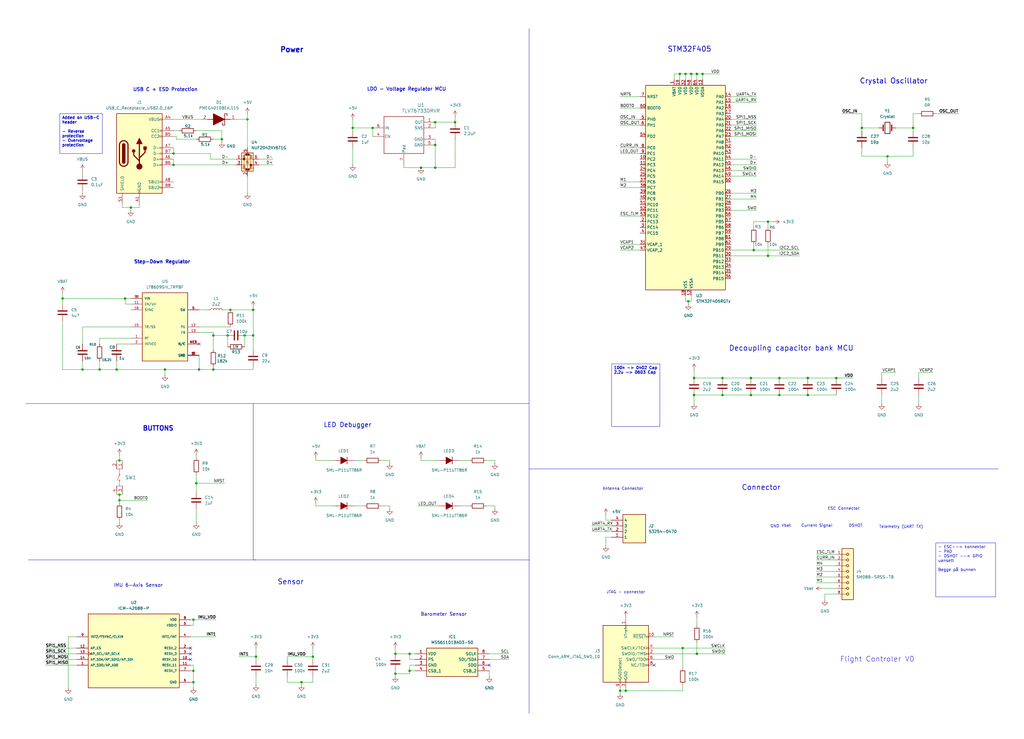
<source format=kicad_sch>
(kicad_sch (version 20250114) (generator "eeschema") (generator_version "9.0")
  (paper "User" 457.2 330.2)
  (text "LDO - Voltage Regulator MCU \n\n" (at 182.118 41.148 0) (effects (font (size 1.524 1.524) (thickness 0.254) (bold yes))))
  (text "LED Debugger" (at 155.194 189.992 0) (effects (font (size 2.032 2.032) (thickness 0.254) (bold yes))))
  (text "DSHOT \n" (at 382.524 234.95 0) (effects (font (size 1.27 1.27))))
  (text "Barometer Sensor\n" (at 198.12 274.574 0) (effects (font (size 1.524 1.524) (thickness 0.1905))))
  (text "GND\n" (at 345.948 235.204 0) (effects (font (size 1.27 1.27))))
  (text "Step-Down Regulator\n" (at 72.39 117.094 0) (effects (font (size 1.524 1.524) (thickness 0.3048) (bold yes))))
  (text "JTAG - connector\n" (at 279.4 264.668 0) (effects (font (size 1.27 1.27))))
  (text "Telemetry (UART TX)" (at 402.336 235.458 0) (effects (font (size 1.27 1.27))))
  (text "ESC Connector\n" (at 376.682 227.33 0) (effects (font (size 1.27 1.27))))
  (text "USB C + ESD Protection \n" (at 74.422 40.132 0) (effects (font (size 1.524 1.524) (thickness 0.254))))
  (text "STM32F405\n" (at 307.848 22.098 0) (effects (font (size 2.286 2.286) (thickness 0.2858))))
  (text "Vbat\n" (at 351.028 234.95 0) (effects (font (size 1.27 1.27))))
  (text "Antenna Connector \n" (at 278.638 218.44 0) (effects (font (size 1.27 1.27))))
  (text "Sensor" (at 129.794 260.096 0) (effects (font (size 2.286 2.286) (thickness 0.254) (bold yes))))
  (text "Crystal Oscillator\n" (at 399.034 36.322 0) (effects (font (size 2.286 2.286) (thickness 0.2858))))
  (text "Decoupling capacitor bank MCU" (at 353.314 155.702 0) (effects (font (size 2.286 2.286) (thickness 0.254) (bold yes))))
  (text "Power" (at 130.302 22.352 0) (effects (font (size 2.286 2.286) (thickness 0.4572) (bold yes))))
  (text "Connector\n" (at 339.852 217.932 0) (effects (font (size 2.286 2.286) (thickness 0.254) (bold yes))))
  (text "IMU 6-Axis Sensor\n" (at 61.722 261.62 0) (effects (font (size 1.524 1.524) (thickness 0.1905))))
  (text "Flight Controler V0\n" (at 391.668 294.64 0) (effects (font (size 2.286 2.286))))
  (text "Current Signal" (at 364.744 234.95 0) (effects (font (size 1.27 1.27))))
  (text "BUTTONS" (at 70.612 191.516 0) (effects (font (size 2.032 2.032) (thickness 0.4064) (bold yes))))
  (text_box "Added on USB-C header\n\n- Reverse protection\n- Overvoltage protection \n" (at 26.67 50.8 0) (size 19.05 17.78) (margins 0.9525 0.9525 0.9525 0.9525) (effects (font (size 1.27 1.27) (thickness 0.254) (bold yes)) (justify left top)))
  (text_box "- ESC--> konnektor\n- PAD\n- DSHOT --> GPIO uansett\n\nBegge på bunnen \n" (at 417.83 242.57 0) (size 26.67 24.13) (margins 0.9525 0.9525 0.9525 0.9525) (effects (font (size 1.27 1.27)) (justify left top)))
  (text_box "100n -> 0402 Cap\n2.2u -> 0603 Cap" (at 273.05 162.56 0) (size 21.59 27.94) (margins 0.9525 0.9525 0.9525 0.9525) (effects (font (size 1.27 1.27) (thickness 0.254) (bold yes)) (justify left top)))
  (junction (at 95.25 165.1))
  (junction (at 53.34 223.52))
  (junction (at 109.22 149.86))
  (junction (at 182.88 299.72))
  (junction (at 309.88 168.91))
  (junction (at 276.86 308.61))
  (junction (at 311.15 33.02))
  (junction (at 384.81 57.15))
  (junction (at 182.88 292.1))
  (junction (at 27.94 133.35))
  (junction (at 86.36 299.72))
  (junction (at 95.25 149.86))
  (junction (at 113.03 138.43))
  (junction (at 373.38 168.91))
  (junction (at 114.3 293.37))
  (junction (at 194.31 54.61))
  (junction (at 87.63 215.9))
  (junction (at 110.49 53.34))
  (junction (at 194.31 64.77))
  (junction (at 304.8 289.56))
  (junction (at 36.83 165.1))
  (junction (at 203.2 54.61))
  (junction (at 347.98 176.53))
  (junction (at 306.07 33.02))
  (junction (at 335.28 168.91))
  (junction (at 342.9 99.06))
  (junction (at 157.48 57.15))
  (junction (at 88.9 165.1))
  (junction (at 86.36 304.8))
  (junction (at 336.55 111.76))
  (junction (at 53.34 220.98))
  (junction (at 86.36 276.86))
  (junction (at 360.68 168.91))
  (junction (at 347.98 168.91))
  (junction (at 360.68 176.53))
  (junction (at 176.53 300.99))
  (junction (at 303.53 33.02))
  (junction (at 134.62 304.8))
  (junction (at 77.47 73.66))
  (junction (at 322.58 168.91))
  (junction (at 101.6 149.86))
  (junction (at 308.61 33.02))
  (junction (at 342.9 114.3))
  (junction (at 311.15 292.1))
  (junction (at 307.34 134.62))
  (junction (at 53.34 205.74))
  (junction (at 166.37 57.15))
  (junction (at 309.88 176.53))
  (junction (at 99.06 62.23))
  (junction (at 194.31 74.93))
  (junction (at 55.88 133.35))
  (junction (at 58.42 92.71))
  (junction (at 396.24 69.85))
  (junction (at 52.07 165.1))
  (junction (at 322.58 176.53))
  (junction (at 313.69 33.02))
  (junction (at 335.28 176.53))
  (junction (at 407.67 57.15))
  (junction (at 73.66 165.1))
  (junction (at 187.96 74.93))
  (junction (at 113.03 149.86))
  (junction (at 44.45 165.1))
  (junction (at 139.7 293.37))
  (junction (at 77.47 68.58))
  (junction (at 279.4 308.61))
  (junction (at 102.87 138.43))
  (junction (at 176.53 292.1))
  (no_connect (at 85.09 289.56))
  (no_connect (at 218.44 297.18))
  (no_connect (at 292.1 297.18))
  (no_connect (at 85.09 292.1))
  (no_connect (at 88.9 153.67))
  (no_connect (at 182.88 -124.46))
  (no_connect (at 85.09 294.64))
  (wire (pts (xy 311.15 33.02) (xy 311.15 35.56)))
  (wire (pts (xy 20.32 292.1) (xy 34.29 292.1)))
  (wire (pts (xy 113.03 165.1) (xy 113.03 163.83)))
  (wire (pts (xy 93.98 71.12) (xy 93.98 68.58)))
  (wire (pts (xy 87.63 203.2) (xy 87.63 204.47)))
  (wire (pts (xy 326.39 45.72) (xy 337.82 45.72)))
  (wire (pts (xy 176.53 300.99) (xy 176.53 302.26)))
  (wire (pts (xy 140.97 204.47) (xy 140.97 205.74)))
  (wire (pts (xy 276.86 68.58) (xy 285.75 68.58)))
  (wire (pts (xy 205.74 205.74) (xy 209.55 205.74)))
  (wire (pts (xy 407.67 50.8) (xy 407.67 57.15)))
  (wire (pts (xy 326.39 93.98) (xy 337.82 93.98)))
  (wire (pts (xy 77.47 66.04) (xy 77.47 68.58)))
  (wire (pts (xy 176.53 299.72) (xy 176.53 300.99)))
  (wire (pts (xy 109.22 149.86) (xy 109.22 154.94)))
  (wire (pts (xy 52.07 165.1) (xy 73.66 165.1)))
  (wire (pts (xy 88.9 146.05) (xy 102.87 146.05)))
  (wire (pts (xy 367.03 262.89) (xy 373.38 262.89)))
  (wire (pts (xy 87.63 212.09) (xy 87.63 215.9)))
  (wire (pts (xy 115.57 73.66) (xy 121.92 73.66)))
  (wire (pts (xy 307.34 134.62) (xy 306.07 134.62)))
  (wire (pts (xy 217.17 226.06) (xy 220.98 226.06)))
  (wire (pts (xy 336.55 99.06) (xy 336.55 101.6)))
  (wire (pts (xy 27.94 165.1) (xy 36.83 165.1)))
  (wire (pts (xy 78.74 62.23) (xy 87.63 62.23)))
  (wire (pts (xy 176.53 289.56) (xy 176.53 292.1)))
  (wire (pts (xy 306.07 33.02) (xy 303.53 33.02)))
  (wire (pts (xy 345.44 99.06) (xy 342.9 99.06)))
  (wire (pts (xy 176.53 300.99) (xy 182.88 300.99)))
  (wire (pts (xy 52.07 165.1) (xy 44.45 165.1)))
  (wire (pts (xy 194.31 54.61) (xy 194.31 57.15)))
  (wire (pts (xy 139.7 302.26) (xy 139.7 304.8)))
  (wire (pts (xy 44.45 161.29) (xy 44.45 165.1)))
  (wire (pts (xy 279.4 307.34) (xy 279.4 308.61)))
  (wire (pts (xy 279.4 308.61) (xy 304.8 308.61)))
  (wire (pts (xy 187.96 204.47) (xy 187.96 205.74)))
  (wire (pts (xy 270.51 240.03) (xy 273.05 240.03)))
  (wire (pts (xy 276.86 43.18) (xy 285.75 43.18)))
  (wire (pts (xy 364.49 260.35) (xy 373.38 260.35)))
  (wire (pts (xy 326.39 86.36) (xy 337.82 86.36)))
  (wire (pts (xy 77.47 58.42) (xy 80.01 58.42)))
  (wire (pts (xy 27.94 135.89) (xy 27.94 133.35)))
  (wire (pts (xy 384.81 50.8) (xy 384.81 57.15)))
  (wire (pts (xy 27.94 133.35) (xy 55.88 133.35)))
  (wire (pts (xy 407.67 50.8) (xy 410.21 50.8)))
  (wire (pts (xy 139.7 294.64) (xy 139.7 293.37)))
  (wire (pts (xy 270.51 229.87) (xy 270.51 232.41)))
  (wire (pts (xy 140.97 224.79) (xy 140.97 226.06)))
  (wire (pts (xy 182.88 297.18) (xy 185.42 297.18)))
  (wire (pts (xy 95.25 165.1) (xy 113.03 165.1)))
  (polyline (pts (xy 113.03 250.19) (xy 114.3 250.19)))
  (wire (pts (xy 195.58 205.74) (xy 187.96 205.74)))
  (wire (pts (xy 55.88 135.89) (xy 55.88 133.35)))
  (polyline (pts (xy 11.43 180.34) (xy 236.22 180.34)))
  (wire (pts (xy 307.34 134.62) (xy 307.34 135.89)))
  (wire (pts (xy 110.49 53.34) (xy 110.49 66.04)))
  (wire (pts (xy 95.25 148.59) (xy 88.9 148.59)))
  (polyline (pts (xy 236.22 209.55) (xy 445.77 209.55)))
  (polyline (pts (xy 236.22 12.7) (xy 236.22 180.34)))
  (wire (pts (xy 148.59 226.06) (xy 140.97 226.06)))
  (wire (pts (xy 139.7 293.37) (xy 128.27 293.37)))
  (wire (pts (xy 109.22 149.86) (xy 113.03 149.86)))
  (wire (pts (xy 309.88 176.53) (xy 322.58 176.53)))
  (wire (pts (xy 53.34 232.41) (xy 53.34 233.68)))
  (wire (pts (xy 55.88 133.35) (xy 58.42 133.35)))
  (polyline (pts (xy 12.7 250.19) (xy 236.22 250.19)))
  (wire (pts (xy 95.25 163.83) (xy 95.25 165.1)))
  (wire (pts (xy 313.69 33.02) (xy 311.15 33.02)))
  (wire (pts (xy 95.25 156.21) (xy 95.25 149.86)))
  (wire (pts (xy 27.94 165.1) (xy 27.94 143.51)))
  (wire (pts (xy 322.58 168.91) (xy 335.28 168.91)))
  (wire (pts (xy 292.1 294.64) (xy 300.99 294.64)))
  (wire (pts (xy 77.47 71.12) (xy 77.47 73.66)))
  (wire (pts (xy 86.36 276.86) (xy 86.36 279.4)))
  (wire (pts (xy 185.42 292.1) (xy 182.88 292.1)))
  (wire (pts (xy 86.36 276.86) (xy 96.52 276.86)))
  (wire (pts (xy 218.44 299.72) (xy 218.44 302.26)))
  (wire (pts (xy 311.15 287.02) (xy 311.15 292.1)))
  (wire (pts (xy 86.36 297.18) (xy 86.36 299.72)))
  (wire (pts (xy 87.63 215.9) (xy 87.63 219.71)))
  (wire (pts (xy 52.07 205.74) (xy 53.34 205.74)))
  (wire (pts (xy 360.68 168.91) (xy 373.38 168.91)))
  (wire (pts (xy 326.39 76.2) (xy 337.82 76.2)))
  (wire (pts (xy 182.88 292.1) (xy 182.88 294.64)))
  (wire (pts (xy 54.61 91.44) (xy 54.61 92.71)))
  (wire (pts (xy 384.81 69.85) (xy 396.24 69.85)))
  (wire (pts (xy 113.03 137.16) (xy 113.03 138.43)))
  (wire (pts (xy 58.42 92.71) (xy 58.42 93.98)))
  (wire (pts (xy 185.42 294.64) (xy 182.88 294.64)))
  (wire (pts (xy 203.2 52.07) (xy 203.2 54.61)))
  (wire (pts (xy 173.99 226.06) (xy 173.99 227.33)))
  (wire (pts (xy 62.23 92.71) (xy 62.23 91.44)))
  (polyline (pts (xy 113.03 180.34) (xy 113.03 250.19)))
  (wire (pts (xy 95.25 149.86) (xy 95.25 148.59)))
  (wire (pts (xy 27.94 130.81) (xy 27.94 133.35)))
  (wire (pts (xy 113.03 149.86) (xy 113.03 138.43)))
  (wire (pts (xy 276.86 109.22) (xy 285.75 109.22)))
  (wire (pts (xy 195.58 226.06) (xy 186.69 226.06)))
  (wire (pts (xy 52.07 220.98) (xy 53.34 220.98)))
  (wire (pts (xy 335.28 176.53) (xy 347.98 176.53)))
  (wire (pts (xy 54.61 92.71) (xy 58.42 92.71)))
  (wire (pts (xy 194.31 62.23) (xy 194.31 64.77)))
  (wire (pts (xy 326.39 71.12) (xy 337.82 71.12)))
  (wire (pts (xy 185.42 299.72) (xy 182.88 299.72)))
  (wire (pts (xy 194.31 74.93) (xy 187.96 74.93)))
  (wire (pts (xy 85.09 276.86) (xy 86.36 276.86)))
  (wire (pts (xy 326.39 53.34) (xy 337.82 53.34)))
  (wire (pts (xy 311.15 275.59) (xy 311.15 279.4)))
  (wire (pts (xy 95.25 62.23) (xy 99.06 62.23)))
  (wire (pts (xy 276.86 48.26) (xy 285.75 48.26)))
  (wire (pts (xy 336.55 109.22) (xy 336.55 111.76)))
  (wire (pts (xy 308.61 134.62) (xy 307.34 134.62)))
  (wire (pts (xy 157.48 57.15) (xy 166.37 57.15)))
  (wire (pts (xy 20.32 297.18) (xy 34.29 297.18)))
  (wire (pts (xy 110.49 78.74) (xy 110.49 86.36)))
  (wire (pts (xy 308.61 33.02) (xy 306.07 33.02)))
  (wire (pts (xy 77.47 73.66) (xy 105.41 73.66)))
  (wire (pts (xy 44.45 151.13) (xy 44.45 153.67)))
  (wire (pts (xy 276.86 308.61) (xy 279.4 308.61)))
  (wire (pts (xy 113.03 156.21) (xy 113.03 149.86)))
  (wire (pts (xy 342.9 114.3) (xy 342.9 109.22)))
  (wire (pts (xy 36.83 85.09) (xy 36.83 86.36)))
  (wire (pts (xy 303.53 33.02) (xy 303.53 35.56)))
  (wire (pts (xy 58.42 146.05) (xy 36.83 146.05)))
  (wire (pts (xy 407.67 57.15) (xy 407.67 58.42)))
  (wire (pts (xy 417.83 50.8) (xy 427.99 50.8)))
  (wire (pts (xy 36.83 146.05) (xy 36.83 153.67)))
  (wire (pts (xy 20.32 294.64) (xy 34.29 294.64)))
  (wire (pts (xy 304.8 306.07) (xy 304.8 308.61)))
  (wire (pts (xy 36.83 76.2) (xy 36.83 77.47)))
  (wire (pts (xy 326.39 43.18) (xy 337.82 43.18)))
  (wire (pts (xy 273.05 232.41) (xy 270.51 232.41)))
  (wire (pts (xy 303.53 33.02) (xy 300.99 33.02)))
  (wire (pts (xy 396.24 69.85) (xy 396.24 72.39)))
  (wire (pts (xy 114.3 302.26) (xy 114.3 306.07)))
  (wire (pts (xy 134.62 304.8) (xy 134.62 306.07)))
  (wire (pts (xy 384.81 57.15) (xy 392.43 57.15)))
  (wire (pts (xy 87.63 215.9) (xy 100.33 215.9)))
  (wire (pts (xy 304.8 289.56) (xy 323.85 289.56)))
  (wire (pts (xy 364.49 252.73) (xy 373.38 252.73)))
  (wire (pts (xy 180.34 74.93) (xy 180.34 73.66)))
  (wire (pts (xy 77.47 68.58) (xy 93.98 68.58)))
  (wire (pts (xy 20.32 289.56) (xy 34.29 289.56)))
  (wire (pts (xy 194.31 54.61) (xy 203.2 54.61)))
  (wire (pts (xy 88.9 138.43) (xy 92.71 138.43)))
  (wire (pts (xy 203.2 74.93) (xy 194.31 74.93)))
  (wire (pts (xy 187.96 74.93) (xy 180.34 74.93)))
  (wire (pts (xy 100.33 138.43) (xy 102.87 138.43)))
  (wire (pts (xy 77.47 53.34) (xy 90.17 53.34)))
  (wire (pts (xy 166.37 57.15) (xy 166.37 60.96)))
  (wire (pts (xy 105.41 53.34) (xy 110.49 53.34)))
  (wire (pts (xy 326.39 55.88) (xy 337.82 55.88)))
  (wire (pts (xy 218.44 292.1) (xy 227.33 292.1)))
  (wire (pts (xy 304.8 289.56) (xy 304.8 298.45)))
  (wire (pts (xy 106.68 293.37) (xy 114.3 293.37)))
  (wire (pts (xy 99.06 58.42) (xy 99.06 62.23)))
  (wire (pts (xy 335.28 168.91) (xy 347.98 168.91)))
  (wire (pts (xy 279.4 275.59) (xy 279.4 276.86)))
  (wire (pts (xy 99.06 62.23) (xy 99.06 63.5)))
  (wire (pts (xy 157.48 57.15) (xy 157.48 58.42)))
  (wire (pts (xy 410.21 166.37) (xy 416.56 166.37)))
  (wire (pts (xy 326.39 114.3) (xy 342.9 114.3)))
  (wire (pts (xy 347.98 176.53) (xy 360.68 176.53)))
  (wire (pts (xy 347.98 168.91) (xy 360.68 168.91)))
  (wire (pts (xy 78.74 60.96) (xy 77.47 60.96)))
  (wire (pts (xy 36.83 165.1) (xy 36.83 161.29)))
  (polyline (pts (xy 236.22 209.55) (xy 236.22 250.19)))
  (wire (pts (xy 73.66 165.1) (xy 73.66 167.64)))
  (wire (pts (xy 158.75 205.74) (xy 162.56 205.74)))
  (wire (pts (xy 52.07 153.67) (xy 58.42 153.67)))
  (wire (pts (xy 220.98 205.74) (xy 220.98 207.01)))
  (wire (pts (xy 276.86 55.88) (xy 285.75 55.88)))
  (wire (pts (xy 110.49 50.8) (xy 110.49 53.34)))
  (wire (pts (xy 364.49 255.27) (xy 373.38 255.27)))
  (wire (pts (xy 52.07 161.29) (xy 52.07 165.1)))
  (wire (pts (xy 276.86 83.82) (xy 285.75 83.82)))
  (wire (pts (xy 157.48 53.34) (xy 157.48 57.15)))
  (wire (pts (xy 311.15 292.1) (xy 323.85 292.1)))
  (wire (pts (xy 364.49 257.81) (xy 373.38 257.81)))
  (wire (pts (xy 336.55 111.76) (xy 356.87 111.76)))
  (wire (pts (xy 95.25 149.86) (xy 101.6 149.86)))
  (wire (pts (xy 128.27 302.26) (xy 128.27 304.8)))
  (wire (pts (xy 322.58 176.53) (xy 335.28 176.53)))
  (wire (pts (xy 384.81 66.04) (xy 384.81 69.85)))
  (wire (pts (xy 410.21 168.91) (xy 410.21 166.37)))
  (wire (pts (xy 313.69 33.02) (xy 313.69 35.56)))
  (wire (pts (xy 309.88 176.53) (xy 309.88 180.34)))
  (wire (pts (xy 306.07 33.02) (xy 306.07 35.56)))
  (wire (pts (xy 182.88 300.99) (xy 182.88 299.72)))
  (wire (pts (xy 276.86 96.52) (xy 285.75 96.52)))
  (wire (pts (xy 85.09 299.72) (xy 86.36 299.72)))
  (wire (pts (xy 384.81 57.15) (xy 384.81 58.42)))
  (polyline (pts (xy 236.22 250.19) (xy 236.22 318.77)))
  (wire (pts (xy 85.09 304.8) (xy 86.36 304.8)))
  (wire (pts (xy 326.39 78.74) (xy 337.82 78.74)))
  (wire (pts (xy 30.48 284.48) (xy 30.48 307.34)))
  (wire (pts (xy 158.75 226.06) (xy 162.56 226.06)))
  (wire (pts (xy 292.1 284.48) (xy 300.99 284.48)))
  (wire (pts (xy 393.7 168.91) (xy 393.7 166.37)))
  (wire (pts (xy 313.69 33.02) (xy 321.31 33.02)))
  (wire (pts (xy 326.39 60.96) (xy 337.82 60.96)))
  (wire (pts (xy 205.74 226.06) (xy 209.55 226.06)))
  (wire (pts (xy 87.63 58.42) (xy 99.06 58.42)))
  (wire (pts (xy 173.99 205.74) (xy 173.99 207.01)))
  (wire (pts (xy 309.88 165.1) (xy 309.88 168.91)))
  (wire (pts (xy 396.24 69.85) (xy 407.67 69.85)))
  (wire (pts (xy 53.34 205.74) (xy 54.61 205.74)))
  (wire (pts (xy 194.31 64.77) (xy 194.31 74.93)))
  (wire (pts (xy 276.86 308.61) (xy 276.86 309.88)))
  (wire (pts (xy 373.38 265.43) (xy 368.3 265.43)))
  (wire (pts (xy 276.86 81.28) (xy 285.75 81.28)))
  (wire (pts (xy 292.1 292.1) (xy 311.15 292.1)))
  (wire (pts (xy 264.16 237.49) (xy 273.05 237.49)))
  (wire (pts (xy 139.7 289.56) (xy 139.7 293.37)))
  (wire (pts (xy 157.48 66.04) (xy 157.48 73.66)))
  (wire (pts (xy 218.44 294.64) (xy 227.33 294.64)))
  (wire (pts (xy 134.62 304.8) (xy 128.27 304.8)))
  (wire (pts (xy 53.34 220.98) (xy 54.61 220.98)))
  (wire (pts (xy 306.07 132.08) (xy 306.07 134.62)))
  (wire (pts (xy 364.49 247.65) (xy 373.38 247.65)))
  (wire (pts (xy 308.61 33.02) (xy 308.61 35.56)))
  (wire (pts (xy 34.29 284.48) (xy 30.48 284.48)))
  (wire (pts (xy 311.15 33.02) (xy 308.61 33.02)))
  (wire (pts (xy 85.09 284.48) (xy 96.52 284.48)))
  (wire (pts (xy 139.7 304.8) (xy 134.62 304.8)))
  (wire (pts (xy 400.05 57.15) (xy 407.67 57.15)))
  (wire (pts (xy 88.9 158.75) (xy 88.9 165.1)))
  (wire (pts (xy 86.36 304.8) (xy 86.36 307.34)))
  (wire (pts (xy 342.9 99.06) (xy 342.9 101.6)))
  (wire (pts (xy 182.88 299.72) (xy 182.88 297.18)))
  (wire (pts (xy 58.42 135.89) (xy 55.88 135.89)))
  (wire (pts (xy 114.3 293.37) (xy 114.3 294.64)))
  (wire (pts (xy 44.45 165.1) (xy 36.83 165.1)))
  (wire (pts (xy 368.3 265.43) (xy 368.3 267.97)))
  (wire (pts (xy 217.17 205.74) (xy 220.98 205.74)))
  (wire (pts (xy 393.7 166.37) (xy 400.05 166.37)))
  (wire (pts (xy 203.2 62.23) (xy 203.2 74.93)))
  (wire (pts (xy 220.98 226.06) (xy 220.98 227.33)))
  (wire (pts (xy 308.61 132.08) (xy 308.61 134.62)))
  (wire (pts (xy 148.59 205.74) (xy 140.97 205.74)))
  (wire (pts (xy 78.74 62.23) (xy 78.74 60.96)))
  (wire (pts (xy 264.16 234.95) (xy 273.05 234.95)))
  (wire (pts (xy 292.1 289.56) (xy 304.8 289.56)))
  (wire (pts (xy 86.36 299.72) (xy 86.36 304.8)))
  (wire (pts (xy 53.34 223.52) (xy 66.04 223.52)))
  (wire (pts (xy 170.18 205.74) (xy 173.99 205.74)))
  (wire (pts (xy 86.36 279.4) (xy 85.09 279.4)))
  (wire (pts (xy 53.34 203.2) (xy 53.34 205.74)))
  (wire (pts (xy 87.63 227.33) (xy 87.63 233.68)))
  (wire (pts (xy 58.42 151.13) (xy 44.45 151.13)))
  (wire (pts (xy 276.86 53.34) (xy 285.75 53.34)))
  (wire (pts (xy 53.34 223.52) (xy 53.34 224.79)))
  (wire (pts (xy 373.38 168.91) (xy 381 168.91)))
  (wire (pts (xy 300.99 33.02) (xy 300.99 35.56)))
  (wire (pts (xy 309.88 168.91) (xy 322.58 168.91)))
  (wire (pts (xy 128.27 293.37) (xy 128.27 294.64)))
  (wire (pts (xy 326.39 88.9) (xy 337.82 88.9)))
  (wire (pts (xy 326.39 73.66) (xy 337.82 73.66)))
  (wire (pts (xy 58.42 92.71) (xy 62.23 92.71)))
  (wire (pts (xy 276.86 66.04) (xy 285.75 66.04)))
  (wire (pts (xy 326.39 111.76) (xy 336.55 111.76)))
  (wire (pts (xy 114.3 289.56) (xy 114.3 293.37)))
  (wire (pts (xy 73.66 165.1) (xy 88.9 165.1)))
  (wire (pts (xy 342.9 99.06) (xy 336.55 99.06)))
  (wire (pts (xy 326.39 58.42) (xy 337.82 58.42)))
  (wire (pts (xy 95.25 165.1) (xy 88.9 165.1)))
  (wire (pts (xy 276.86 307.34) (xy 276.86 308.61)))
  (wire (pts (xy 342.9 114.3) (xy 356.87 114.3)))
  (wire (pts (xy 101.6 149.86) (xy 101.6 154.94)))
  (polyline (pts (xy 236.22 180.34) (xy 236.22 209.55)))
  (wire (pts (xy 53.34 220.98) (xy 53.34 223.52)))
  (wire (pts (xy 170.18 226.06) (xy 173.99 226.06)))
  (wire (pts (xy 360.68 176.53) (xy 373.38 176.53)))
  (wire (pts (xy 93.98 71.12) (xy 105.41 71.12)))
  (wire (pts (xy 85.09 297.18) (xy 86.36 297.18)))
  (wire (pts (xy 393.7 176.53) (xy 393.7 180.34)))
  (wire (pts (xy 182.88 292.1) (xy 176.53 292.1)))
  (wire (pts (xy 115.57 71.12) (xy 121.92 71.12)))
  (wire (pts (xy 364.49 250.19) (xy 373.38 250.19)))
  (wire (pts (xy 410.21 176.53) (xy 410.21 180.34)))
  (wire (pts (xy 113.03 138.43) (xy 102.87 138.43)))
  (wire (pts (xy 375.92 50.8) (xy 384.81 50.8)))
  (wire (pts (xy 407.67 69.85) (xy 407.67 66.04)))
  (wire (pts (xy 276.86 111.76) (xy 285.75 111.76)))
  (wire (pts (xy 270.51 240.03) (xy 270.51 243.84)))
  (label "LED_OUT" (at 276.86 68.58 0))
  (label "D+" (at 99.06 73.66 0))
  (label "UART4_TX" (at 264.16 237.49 0))
  (label "VDD" (at 321.31 33.02 180) (effects (font (thickness 0.1588))))
  (label "VCAP2" (at 416.56 166.37 180) (effects (font (thickness 0.1588))))
  (label "SCL" (at 227.33 292.1 180))
  (label "OSC_IN" (at 276.86 53.34 0) (effects (font (thickness 0.1588))))
  (label "UART4_TX" (at 337.82 43.18 180))
  (label "SPI1_MOSI" (at 20.32 294.64 0) (effects (font (thickness 0.254) (bold yes))))
  (label "INT1" (at 96.52 284.48 180) (effects (font (thickness 0.254) (bold yes))))
  (label "D-" (at 99.06 71.12 0))
  (label "M3" (at 337.82 86.36 180))
  (label "INT1" (at 106.68 293.37 0) (effects (font (thickness 0.254) (bold yes))))
  (label "M2" (at 276.86 83.82 0))
  (label "I2C2_SDA" (at 356.87 114.3 180))
  (label "D+" (at 121.92 73.66 180))
  (label "SWCLK" (at 337.82 78.74 180))
  (label "SWO" (at 337.82 93.98 180))
  (label "ESC_TLM" (at 276.86 96.52 0))
  (label "M3" (at 364.49 255.27 0))
  (label "VBUS" (at 81.28 53.34 0))
  (label "OSC_IN" (at 375.92 50.8 0) (effects (font (thickness 0.254) (bold yes))))
  (label "BOOT0" (at 66.04 223.52 180))
  (label "I2C2_SCL" (at 356.87 111.76 180))
  (label "LED_OUT" (at 186.69 226.06 0))
  (label "SPI1_MISO" (at 337.82 58.42 180) (effects (font (thickness 0.1588))))
  (label "VCAP1" (at 400.05 166.37 180) (effects (font (thickness 0.1588))))
  (label "NRST" (at 300.99 284.48 180))
  (label "OSC_OUT" (at 427.99 50.8 180) (effects (font (thickness 0.254) (bold yes))))
  (label "SPI1_NSS" (at 337.82 53.34 180) (effects (font (thickness 0.1588))))
  (label "D+" (at 337.82 73.66 180))
  (label "NRTS" (at 276.86 43.18 0) (effects (font (thickness 0.1588))))
  (label "SPI1_MISO" (at 20.32 297.18 0) (effects (font (thickness 0.254) (bold yes))))
  (label "SWDIO" (at 337.82 76.2 180))
  (label "UART4_RX" (at 337.82 45.72 180))
  (label "NRST" (at 100.33 215.9 180))
  (label "BOOT0" (at 276.86 48.26 0) (effects (font (thickness 0.1588))))
  (label "SDA" (at 227.33 294.64 180))
  (label "VCAP2" (at 276.86 111.76 0) (effects (font (thickness 0.1588))))
  (label "M4" (at 337.82 88.9 180))
  (label "OSC_OUT" (at 276.86 55.88 0) (effects (font (thickness 0.1588))))
  (label "CURR_IN" (at 276.86 66.04 0))
  (label "SPI1_SCK" (at 20.32 292.1 0) (effects (font (thickness 0.254) (bold yes))))
  (label "M4" (at 364.49 252.73 0))
  (label "SWCLK" (at 323.85 289.56 180))
  (label "VCAP1" (at 276.86 109.22 0) (effects (font (thickness 0.1588))))
  (label "SPI1_SCK" (at 337.82 55.88 180) (effects (font (thickness 0.1588))))
  (label "CURR_IN" (at 364.49 250.19 0))
  (label "ESC_TLM" (at 364.49 247.65 0))
  (label "M1" (at 276.86 81.28 0))
  (label "SPI1_NSS" (at 20.32 289.56 0) (effects (font (thickness 0.254) (bold yes))))
  (label "SWO" (at 300.99 294.64 180))
  (label "D-" (at 337.82 71.12 180))
  (label "SPI1_MOSI" (at 337.82 60.96 180) (effects (font (thickness 0.1588))))
  (label "IMU_VDD" (at 128.27 293.37 0) (effects (font (thickness 0.254) (bold yes))))
  (label "IMU_VDD" (at 96.52 276.86 180) (effects (font (thickness 0.254) (bold yes))))
  (label "VDD" (at 381 168.91 180) (effects (font (thickness 0.254) (bold yes))))
  (label "M2" (at 364.49 257.81 0))
  (label "D-" (at 121.92 71.12 180))
  (label "M1" (at 364.49 260.35 0))
  (label "UART4_RX" (at 264.16 234.95 0))
  (label "SWDIO" (at 323.85 292.1 180))
  (symbol (lib_id "Device:C") (at 128.27 298.45 0) (unit 1)
    (property "Reference" "C30" (at 131.318 297.18 0) (effects (justify left)))
    (property "Value" "100n" (at 131.318 299.72 0) (effects (justify left)))
    (property "Description" "Unpolarized capacitor" (effects (hide yes)))
  )
  (symbol (lib_name "SML-P11UTT86R_3") (lib_id "RED LED 0402:SML-P11UTT86R") (at 207.01 226.06 180) (unit 1)
    (property "Reference" "LED4" (at 200.406 221.742 0))
    (property "Value" "SML-P11UTT86R" (at 200.66 230.378 0))
    (property "Footprint" "KDZLV100" (effects (hide yes)))
    (property "Datasheet" "https://datasheet.datasheetarchive.com/originals/distributors/Datasheets_SAMA/73e45240dc22d6138ffe9baf2b813dcb.pdf" (effects (hide yes)))
    (property "Description" "PICOLED-Eco LED Red 6.3mcd SMT1006(0402)" (effects (hide yes)))
    (property "Mouser Part Number" "755-SML-P11UTT86R" (effects (hide yes)))
    (property "Mouser Price/Stock" "https://www.mouser.co.uk/ProductDetail/ROHM-Semiconductor/SML-P11UTT86R?qs=Ei%2Fnxee9QYhZCfOujmGTCA%3D%3D" (effects (hide yes)))
    (property "Manufacturer_Name" "ROHM Semiconductor" (effects (hide yes)))
    (property "Manufacturer_Part_Number" "SML-P11UTT86R" (effects (hide yes)))
  )
  (symbol (lib_id "Device:C") (at 105.41 149.86 90) (unit 1)
    (property "Reference" "C7" (at 102.362 148.082 90))
    (property "Value" "10p" (at 108.712 148.082 90))
    (property "Description" "Unpolarized capacitor" (effects (hide yes)))
  )
  (symbol (lib_id "power:GND") (at 86.36 307.34 0) (unit 1)
    (property "Reference" "#PWR033" (effects (hide yes)))
    (property "Value" "GND" (at 86.36 312.42 0))
    (property "Description" "Power symbol creates a global label with name \"GND\" , ground" (effects (hide yes)))
  )
  (symbol (lib_id "Device:Crystal") (at 396.24 57.15 0) (unit 1)
    (property "Reference" "Y1" (at 396.24 49.53 0))
    (property "Value" "Crystal" (at 396.24 52.07 0))
    (property "Footprint" "ECS-400-10-37B2-CKM-TR:ECS4001037B2CKMTR" (effects (hide yes)))
    (property "Description" "Two pin crystal" (effects (hide yes)))
  )
  (symbol (lib_id "Device:R") (at 213.36 205.74 90) (unit 1)
    (property "Reference" "R14" (at 213.36 199.39 90))
    (property "Value" "1k" (at 213.36 201.93 90))
    (property "Description" "Resistor" (effects (hide yes)))
  )
  (symbol (lib_id "Device:C") (at 393.7 172.72 0) (unit 1)
    (property "Reference" "C25" (at 397.51 171.4499 0) (effects (justify left)))
    (property "Value" "2u2" (at 397.51 173.9899 0) (effects (justify left)))
    (property "Description" "Unpolarized capacitor" (effects (hide yes)))
  )
  (symbol (lib_id "power:GND") (at 36.83 86.36 0) (unit 1)
    (property "Reference" "#PWR010" (effects (hide yes)))
    (property "Value" "GND" (at 36.83 91.44 0))
    (property "Description" "Power symbol creates a global label with name \"GND\" , ground" (effects (hide yes)))
  )
  (symbol (lib_id "power:+5V") (at 187.96 204.47 0) (unit 1)
    (property "Reference" "#PWR040" (effects (hide yes)))
    (property "Value" "VBAT" (at 187.96 199.39 0))
    (property "Description" "Power symbol creates a global label with name \"+5V\"" (effects (hide yes)))
  )
  (symbol (lib_id "power:GND") (at 173.99 227.33 0) (unit 1)
    (property "Reference" "#PWR020" (effects (hide yes)))
    (property "Value" "GND" (at 173.99 232.41 0))
    (property "Description" "Power symbol creates a global label with name \"GND\" , ground" (effects (hide yes)))
  )
  (symbol (lib_id "power:GND") (at 276.86 309.88 0) (unit 1)
    (property "Reference" "#PWR048" (effects (hide yes)))
    (property "Value" "GND" (at 276.86 314.96 0))
    (property "Description" "Power symbol creates a global label with name \"GND\" , ground" (effects (hide yes)))
  )
  (symbol (lib_id "power:GND") (at 157.48 73.66 0) (unit 1)
    (property "Reference" "#PWR06" (effects (hide yes)))
    (property "Value" "GND" (at 157.48 78.74 0))
    (property "Description" "Power symbol creates a global label with name \"GND\" , ground" (effects (hide yes)))
  )
  (symbol (lib_id "Device:R") (at 342.9 105.41 0) (unit 1)
    (property "Reference" "R6" (at 343.408 101.6 0) (effects (justify left)))
    (property "Value" "10k" (at 343.408 109.22 0) (effects (justify left)))
    (property "Description" "Resistor" (effects (hide yes)))
  )
  (symbol (lib_id "Device:R") (at 166.37 226.06 90) (unit 1)
    (property "Reference" "R8" (at 166.37 219.71 90))
    (property "Value" "1k" (at 166.37 222.25 90))
    (property "Description" "Resistor" (effects (hide yes)))
  )
  (symbol (lib_id "power:+3V3") (at 176.53 289.56 0) (unit 1)
    (property "Reference" "#PWR012" (effects (hide yes)))
    (property "Value" "+3V3" (at 176.53 284.48 0))
    (property "Description" "Power symbol creates a global label with name \"+3V3\"" (effects (hide yes)))
  )
  (symbol (lib_id "Device:C") (at 139.7 298.45 0) (unit 1)
    (property "Reference" "C31" (at 143.51 297.1799 0) (effects (justify left)))
    (property "Value" "2u2" (at 143.51 299.7199 0) (effects (justify left)))
    (property "Description" "Unpolarized capacitor" (effects (hide yes)))
  )
  (symbol (lib_id "power:GND") (at 176.53 302.26 0) (unit 1)
    (property "Reference" "#PWR011" (effects (hide yes)))
    (property "Value" "GND" (at 176.53 307.34 0))
    (property "Description" "Power symbol creates a global label with name \"GND\" , ground" (effects (hide yes)))
  )
  (symbol (lib_id "power:GND") (at 87.63 233.68 0) (unit 1)
    (property "Reference" "#PWR023" (effects (hide yes)))
    (property "Value" "GND" (at 87.63 238.76 0))
    (property "Description" "Power symbol creates a global label with name \"GND\" , ground" (effects (hide yes)))
  )
  (symbol (lib_id "Device:C") (at 407.67 62.23 0) (unit 1)
    (property "Reference" "C28" (at 411.48 60.9599 0) (effects (justify left)))
    (property "Value" "10p" (at 411.48 63.4999 0) (effects (justify left)))
    (property "Description" "Unpolarized capacitor" (effects (hide yes)))
  )
  (symbol (lib_id "power:+5V") (at 113.03 137.16 0) (unit 1)
    (property "Reference" "#PWR026" (effects (hide yes)))
    (property "Value" "+5V" (at 113.03 132.08 0))
    (property "Description" "Power symbol creates a global label with name \"+5V\"" (effects (hide yes)))
  )
  (symbol (lib_id "Device:R") (at 213.36 226.06 90) (unit 1)
    (property "Reference" "R15" (at 213.36 219.71 90))
    (property "Value" "1k" (at 213.36 222.25 90))
    (property "Description" "Resistor" (effects (hide yes)))
  )
  (symbol (lib_id "power:GND") (at 173.99 207.01 0) (unit 1)
    (property "Reference" "#PWR015" (effects (hide yes)))
    (property "Value" "GND" (at 173.99 212.09 0))
    (property "Description" "Power symbol creates a global label with name \"GND\" , ground" (effects (hide yes)))
  )
  (symbol (lib_id "Device:L") (at 96.52 138.43 90) (unit 1)
    (property "Reference" "L1" (at 96.52 133.35 90))
    (property "Value" "2u2" (at 96.52 135.89 90))
    (property "Description" "Inductor" (effects (hide yes)))
  )
  (symbol (lib_id "Device:C") (at 309.88 172.72 0) (unit 1)
    (property "Reference" "C19" (at 313.69 171.4499 0) (effects (justify left)))
    (property "Value" "2u2" (at 313.69 173.9899 0) (effects (justify left)))
    (property "Description" "Unpolarized capacitor" (effects (hide yes)))
  )
  (symbol (lib_id "Device:R") (at 414.02 50.8 90) (unit 1)
    (property "Reference" "R5" (at 414.02 44.45 90))
    (property "Value" "0R" (at 414.02 46.99 90))
    (property "Description" "Resistor" (effects (hide yes)))
  )
  (symbol (lib_id "Device:C") (at 322.58 172.72 0) (unit 1)
    (property "Reference" "C20" (at 326.39 171.4499 0) (effects (justify left)))
    (property "Value" "100n" (at 326.39 173.9899 0) (effects (justify left)))
    (property "Description" "Unpolarized capacitor" (effects (hide yes)))
  )
  (symbol (lib_id "Device:R") (at 83.82 58.42 90) (unit 1)
    (property "Reference" "R2" (at 83.82 56.388 90))
    (property "Value" "5.1k" (at 84.074 60.706 90))
    (property "Description" "Resistor" (effects (hide yes)))
  )
  (symbol (lib_id "Device:C") (at 36.83 157.48 0) (unit 1)
    (property "Reference" "C6" (at 33.782 155.194 0) (effects (font (size 1.016 1.016)) (justify left)))
    (property "Value" "10n" (at 37.592 160.02 0) (effects (font (size 1.016 1.016)) (justify left)))
    (property "Description" "Unpolarized capacitor" (effects (hide yes)))
  )
  (symbol (lib_id "Device:R") (at 102.87 142.24 0) (unit 1)
    (property "Reference" "R11" (at 105.41 140.9699 0) (effects (justify left)))
    (property "Value" "100k" (at 105.41 143.5099 0) (effects (justify left)))
    (property "Description" "Resistor" (effects (hide yes)))
  )
  (symbol (lib_id "power:GND") (at 410.21 180.34 0) (unit 1)
    (property "Reference" "#PWR031" (effects (hide yes)))
    (property "Value" "GND" (at 410.21 185.42 0))
    (property "Description" "Power symbol creates a global label with name \"GND\" , ground" (effects (hide yes)))
  )
  (symbol (lib_id "MS561101BA03-50:MS561101BA03-50") (at 185.42 292.1 0) (unit 1)
    (property "Reference" "IC1" (at 201.93 284.48 0))
    (property "Value" "MS561101BA03-50" (at 201.93 287.02 0))
    (property "Footprint" "MS561101BA03-50" (effects (hide yes)))
    (property "Datasheet" "https://www.te.com/commerce/DocumentDelivery/DDEController?Action=srchrtrv&DocNm=MS5611-01BA03&DocType=Data%20Sheet&DocLang=English&PartCntxt=MS561101BA03-50&DocFormat=pdf" (effects (hide yes)))
    (property "Description" "Dimensions: Dimensions 5 x 3 x 1 MM | Dimensions .19 x .11 x .04 INCH | Electrical Characteristics: Board Level Pressure Sensor Supply Voltage 1.8  3.6 V | Operation/Application: Output/Span 24 bit ADC | Board Level Pressure Sensor Accuracy +/-1.5mbar | Resolution .012 | Other: Sensor Options No Option | Packaging Features: Board Level Pressure Sensor Package Surface Mountable | Product Type Features: Board Level Pressure Sensor Style Absolute | Board Level Pressure Sensor Type Digital Pressure and Altime" (effects (hide yes)))
    (property "Mouser Part Number" "824-MS561101BA03-50" (effects (hide yes)))
    (property "Mouser Price/Stock" "https://www.mouser.co.uk/ProductDetail/Measurement-Specialties/MS561101BA03-50?qs=%252BgKeJhng5iV%252BnCz6Qd5iDw%3D%3D" (effects (hide yes)))
    (property "Manufacturer_Name" "TE Connectivity" (effects (hide yes)))
    (property "Manufacturer_Part_Number" "MS561101BA03-50" (effects (hide yes)))
  )
  (symbol (lib_name "SML-P11UTT86R_1") (lib_id "RED LED 0402:SML-P11UTT86R") (at 160.02 226.06 180) (unit 1)
    (property "Reference" "LED2" (at 153.416 221.742 0))
    (property "Value" "SML-P11UTT86R" (at 153.67 230.378 0))
    (property "Footprint" "KDZLV100" (effects (hide yes)))
    (property "Datasheet" "https://datasheet.datasheetarchive.com/originals/distributors/Datasheets_SAMA/73e45240dc22d6138ffe9baf2b813dcb.pdf" (effects (hide yes)))
    (property "Description" "PICOLED-Eco LED Red 6.3mcd SMT1006(0402)" (effects (hide yes)))
    (property "Mouser Part Number" "755-SML-P11UTT86R" (effects (hide yes)))
    (property "Mouser Price/Stock" "https://www.mouser.co.uk/ProductDetail/ROHM-Semiconductor/SML-P11UTT86R?qs=Ei%2Fnxee9QYhZCfOujmGTCA%3D%3D" (effects (hide yes)))
    (property "Manufacturer_Name" "ROHM Semiconductor" (effects (hide yes)))
    (property "Manufacturer_Part_Number" "SML-P11UTT86R" (effects (hide yes)))
  )
  (symbol (lib_id "Device:R") (at 105.41 154.94 270) (unit 1)
    (property "Reference" "R13" (at 105.41 157.226 90))
    (property "Value" "1M" (at 105.156 154.94 90))
    (property "Description" "Resistor" (effects (hide yes)))
  )
  (symbol (lib_id "power:+3V3") (at 270.51 229.87 0) (unit 1)
    (property "Reference" "#PWR039" (effects (hide yes)))
    (property "Value" "+5V" (at 273.05 228.5999 0) (effects (justify left)))
    (property "Description" "Power symbol creates a global label with name \"+3V3\"" (effects (hide yes)))
  )
  (symbol (lib_id "ICM-42688-P:ICM-42688-P") (at 59.69 289.56 0) (unit 1)
    (property "Reference" "U2" (at 59.69 269.24 0))
    (property "Value" "ICM-42688-P" (at 59.69 271.78 0))
    (property "Footprint" "ICM-42688-P:PQFN50P300X250X97-14N" (effects (hide yes)))
    (property "MF" "TDK InvenSense" (effects (hide yes)))
    (property "MAXIMUM_PACKAGE_HEIGHT" "0.97mm" (effects (hide yes)))
    (property "Package" "LGA-14 TDK InvenSense" (effects (hide yes)))
    (property "Price" "None" (effects (hide yes)))
    (property "Check_prices" "https://www.snapeda.com/parts/ICM-42688-P/TDK/view-part/?ref=eda" (effects (hide yes)))
    (property "STANDARD" "IPC-7351B" (effects (hide yes)))
    (property "PARTREV" "1.2" (effects (hide yes)))
    (property "SnapEDA_Link" "https://www.snapeda.com/parts/ICM-42688-P/TDK/view-part/?ref=snap" (effects (hide yes)))
    (property "MP" "ICM-42688-P" (effects (hide yes)))
    (property "Description_1" "Accelerometer, Gyroscope, 6 Axis Sensor - Output" (effects (hide yes)))
    (property "Availability" "In Stock" (effects (hide yes)))
    (property "MANUFACTURER" "TDK InvenSense" (effects (hide yes)))
  )
  (symbol (lib_id "Device:C") (at 27.94 139.7 0) (unit 1)
    (property "Reference" "C5" (at 31.75 138.4299 0) (effects (justify left)))
    (property "Value" "4u7" (at 31.75 140.9699 0) (effects (justify left)))
    (property "Description" "Unpolarized capacitor" (effects (hide yes)))
  )
  (symbol (lib_id "power:+3V3") (at 53.34 203.2 0) (unit 1)
    (property "Reference" "#PWR017" (effects (hide yes)))
    (property "Value" "+3V3" (at 53.34 198.12 0))
    (property "Description" "Power symbol creates a global label with name \"+3V3\"" (effects (hide yes)))
  )
  (symbol (lib_id "power:+5V") (at 140.97 204.47 0) (unit 1)
    (property "Reference" "#PWR016" (effects (hide yes)))
    (property "Value" "+5V" (at 140.97 199.39 0))
    (property "Description" "Power symbol creates a global label with name \"+5V\"" (effects (hide yes)))
  )
  (symbol (lib_id "LT8609SIV:LT8609SIV_TRPBF") (at 73.66 146.05 0) (unit 1)
    (property "Reference" "U5" (at 73.66 125.73 0))
    (property "Value" "LT8609SIV_TRPBF" (at 73.66 128.27 0))
    (property "Footprint" "LT8609SIV_TRPBF:REG_LT8609SIV_TRPBF" (effects (hide yes)))
    (property "MF" "Analog Devices" (effects (hide yes)))
    (property "Description_1" "42V, 2A/3A Peak Synchronous Step-Down Regulator with 2.5μA Quiescent Current" (effects (hide yes)))
    (property "Package" "None" (effects (hide yes)))
    (property "Price" "None" (effects (hide yes)))
    (property "Check_prices" "https://www.snapeda.com/parts/LT8609SIV%23TRPBF/Analog+Devices/view-part/?ref=eda" (effects (hide yes)))
    (property "STANDARD" "Manufacturer Recommendation" (effects (hide yes)))
    (property "SnapEDA_Link" "https://www.snapeda.com/parts/LT8609SIV%23TRPBF/Analog+Devices/view-part/?ref=snap" (effects (hide yes)))
    (property "MP" "LT8609SIV#TRPBF" (effects (hide yes)))
    (property "Availability" "In Stock" (effects (hide yes)))
    (property "MANUFACTURER" "Analog Devices" (effects (hide yes)))
  )
  (symbol (lib_id "power:GND") (at 220.98 207.01 0) (unit 1)
    (property "Reference" "#PWR041" (effects (hide yes)))
    (property "Value" "GND" (at 220.98 212.09 0))
    (property "Description" "Power symbol creates a global label with name \"GND\" , ground" (effects (hide yes)))
  )
  (symbol (lib_id "Device:C") (at 157.48 62.23 0) (unit 1)
    (property "Reference" "C2" (at 161.29 60.9599 0) (effects (justify left)))
    (property "Value" "1uF" (at 161.29 63.4999 0) (effects (justify left)))
    (property "Description" "Unpolarized capacitor" (effects (hide yes)))
  )
  (symbol (lib_id "Device:C") (at 36.83 81.28 0) (unit 1)
    (property "Reference" "C3" (at 40.64 80.0099 0) (effects (justify left)))
    (property "Value" "0.1uF" (at 40.64 82.5499 0) (effects (justify left)))
    (property "Description" "Unpolarized capacitor" (effects (hide yes)))
  )
  (symbol (lib_id "RED LED 0402:SML-P11UTT86R") (at 160.02 205.74 180) (unit 1)
    (property "Reference" "LED1" (at 153.416 201.422 0))
    (property "Value" "SML-P11UTT86R" (at 153.67 210.058 0))
    (property "Footprint" "KDZLV100" (effects (hide yes)))
    (property "Datasheet" "https://datasheet.datasheetarchive.com/originals/distributors/Datasheets_SAMA/73e45240dc22d6138ffe9baf2b813dcb.pdf" (effects (hide yes)))
    (property "Description" "PICOLED-Eco LED Red 6.3mcd SMT1006(0402)" (effects (hide yes)))
    (property "Mouser Part Number" "755-SML-P11UTT86R" (effects (hide yes)))
    (property "Mouser Price/Stock" "https://www.mouser.co.uk/ProductDetail/ROHM-Semiconductor/SML-P11UTT86R?qs=Ei%2Fnxee9QYhZCfOujmGTCA%3D%3D" (effects (hide yes)))
    (property "Manufacturer_Name" "ROHM Semiconductor" (effects (hide yes)))
    (property "Manufacturer_Part_Number" "SML-P11UTT86R" (effects (hide yes)))
  )
  (symbol (lib_id "Device:C") (at 176.53 295.91 0) (unit 1)
    (property "Reference" "C4" (at 167.386 294.386 0) (effects (justify left)))
    (property "Value" "100n" (at 167.64 296.926 0) (effects (justify left)))
    (property "Description" "Unpolarized capacitor" (effects (hide yes)))
  )
  (symbol (lib_id "power:+3V3") (at 27.94 130.81 0) (unit 1)
    (property "Reference" "#PWR024" (effects (hide yes)))
    (property "Value" "VBAT" (at 27.94 125.73 0))
    (property "Description" "Power symbol creates a global label with name \"+3V3\"" (effects (hide yes)))
  )
  (symbol (lib_id "Device:C") (at 410.21 172.72 0) (unit 1)
    (property "Reference" "C26" (at 414.02 171.4499 0) (effects (justify left)))
    (property "Value" "2u2" (at 414.02 173.9899 0) (effects (justify left)))
    (property "Description" "Unpolarized capacitor" (effects (hide yes)))
  )
  (symbol (lib_id "Device:R") (at 166.37 205.74 90) (unit 1)
    (property "Reference" "R7" (at 166.37 199.39 90))
    (property "Value" "1k" (at 166.37 201.93 90))
    (property "Description" "Resistor" (effects (hide yes)))
  )
  (symbol (lib_id "Device:R") (at 311.15 283.21 0) (unit 1)
    (property "Reference" "R16" (at 313.69 281.9399 0) (effects (justify left)))
    (property "Value" "100k" (at 313.69 284.4799 0) (effects (justify left)))
    (property "Description" "Resistor" (effects (hide yes)))
  )
  (symbol (lib_id "power:GND") (at 307.34 135.89 0) (unit 1)
    (property "Reference" "#PWR029" (effects (hide yes)))
    (property "Value" "GND" (at 307.34 140.97 0))
    (property "Description" "Power symbol creates a global label with name \"GND\" , ground" (effects (hide yes)))
  )
  (symbol (lib_id "power:+3V3") (at 140.97 224.79 0) (unit 1)
    (property "Reference" "#PWR018" (effects (hide yes)))
    (property "Value" "+3V3" (at 140.97 219.71 0))
    (property "Description" "Power symbol creates a global label with name \"+3V3\"" (effects (hide yes)))
  )
  (symbol (lib_id "power:GND") (at 114.3 306.07 0) (unit 1)
    (property "Reference" "#PWR038" (effects (hide yes)))
    (property "Value" "GND" (at 114.3 311.15 0))
    (property "Description" "Power symbol creates a global label with name \"GND\" , ground" (effects (hide yes)))
  )
  (symbol (lib_id "power:GND") (at 393.7 180.34 0) (unit 1)
    (property "Reference" "#PWR030" (effects (hide yes)))
    (property "Value" "GND" (at 393.7 185.42 0))
    (property "Description" "Power symbol creates a global label with name \"GND\" , ground" (effects (hide yes)))
  )
  (symbol (lib_id "power:+3V3") (at 311.15 275.59 0) (unit 1)
    (property "Reference" "#PWR043" (effects (hide yes)))
    (property "Value" "+3V3" (at 311.15 270.51 0))
    (property "Description" "Power symbol creates a global label with name \"+3V3\"" (effects (hide yes)))
  )
  (symbol (lib_id "power:GND") (at 309.88 180.34 0) (unit 1)
    (property "Reference" "#PWR028" (effects (hide yes)))
    (property "Value" "GND" (at 309.88 185.42 0))
    (property "Description" "Power symbol creates a global label with name \"GND\" , ground" (effects (hide yes)))
  )
  (symbol (lib_id "PTS810SJK250SMTR LFS:PTS810_SJK_250_SMTR_LFS") (at 53.34 232.41 90) (unit 1)
    (property "Reference" "SW1" (at 55.88 213.3599 90) (effects (font (size 1.524 1.524)) (justify right)))
    (property "Value" "PTS810 SJK 250 SMTR LFS" (effects (hide yes)))
    (property "Footprint" "PTS810_CNK" (effects (hide yes)))
    (property "Datasheet" "PTS810 SJK 250 SMTR LFS" (effects (hide yes)))
  )
  (symbol (lib_id "power:GND") (at 73.66 167.64 0) (unit 1)
    (property "Reference" "#PWR021" (effects (hide yes)))
    (property "Value" "GND" (at 73.66 172.72 0))
    (property "Description" "Power symbol creates a global label with name \"GND\" , ground" (effects (hide yes)))
  )
  (symbol (lib_id "Device:C") (at 203.2 58.42 0) (unit 1)
    (property "Reference" "C1" (at 207.01 57.1499 0) (effects (justify left)))
    (property "Value" "2.2uF" (at 207.01 59.6899 0) (effects (justify left)))
    (property "Description" "Unpolarized capacitor" (effects (hide yes)))
  )
  (symbol (lib_id "power:GND") (at 30.48 307.34 0) (unit 1)
    (property "Reference" "#PWR036" (effects (hide yes)))
    (property "Value" "GND" (at 30.48 312.42 0))
    (property "Description" "Power symbol creates a global label with name \"GND\" , ground" (effects (hide yes)))
  )
  (symbol (lib_id "power:GND") (at 368.3 267.97 0) (unit 1)
    (property "Reference" "#PWR044" (effects (hide yes)))
    (property "Value" "GND" (at 368.3 273.05 0))
    (property "Description" "Power symbol creates a global label with name \"GND\" , ground" (effects (hide yes)))
  )
  (symbol (lib_id "power:+5V") (at 157.48 53.34 0) (unit 1)
    (property "Reference" "#PWR07" (effects (hide yes)))
    (property "Value" "+5V" (at 157.48 48.26 0))
    (property "Description" "Power symbol creates a global label with name \"+5V\"" (effects (hide yes)))
  )
  (symbol (lib_id "power:GND") (at 58.42 93.98 0) (unit 1)
    (property "Reference" "#PWR02" (effects (hide yes)))
    (property "Value" "GND" (at 58.42 99.06 0))
    (property "Description" "Power symbol creates a global label with name \"GND\" , ground" (effects (hide yes)))
  )
  (symbol (lib_id "power:+3V3") (at 309.88 165.1 0) (unit 1)
    (property "Reference" "#PWR019" (effects (hide yes)))
    (property "Value" "+3V3" (at 309.88 160.02 0))
    (property "Description" "Power symbol creates a global label with name \"+3V3\"" (effects (hide yes)))
  )
  (symbol (lib_name "SML-P11UTT86R_2") (lib_id "RED LED 0402:SML-P11UTT86R") (at 207.01 205.74 180) (unit 1)
    (property "Reference" "LED3" (at 200.406 201.422 0))
    (property "Value" "SML-P11UTT86R" (at 200.66 210.058 0))
    (property "Footprint" "KDZLV100" (effects (hide yes)))
    (property "Datasheet" "https://datasheet.datasheetarchive.com/originals/distributors/Datasheets_SAMA/73e45240dc22d6138ffe9baf2b813dcb.pdf" (effects (hide yes)))
    (property "Description" "PICOLED-Eco LED Red 6.3mcd SMT1006(0402)" (effects (hide yes)))
    (property "Mouser Part Number" "755-SML-P11UTT86R" (effects (hide yes)))
    (property "Mouser Price/Stock" "https://www.mouser.co.uk/ProductDetail/ROHM-Semiconductor/SML-P11UTT86R?qs=Ei%2Fnxee9QYhZCfOujmGTCA%3D%3D" (effects (hide yes)))
    (property "Manufacturer_Name" "ROHM Semiconductor" (effects (hide yes)))
    (property "Manufacturer_Part_Number" "SML-P11UTT86R" (effects (hide yes)))
  )
  (symbol (lib_id "Device:C") (at 114.3 298.45 0) (unit 1)
    (property "Reference" "C29" (at 118.11 297.1799 0) (effects (justify left)))
    (property "Value" "10n" (at 118.11 299.7199 0) (effects (justify left)))
    (property "Description" "Unpolarized capacitor" (effects (hide yes)))
  )
  (symbol (lib_id "SM08B-SRSS-TB:SM08B-SRSS-TB") (at 378.46 257.81 0) (unit 1)
    (property "Reference" "J4" (at 382.27 255.2699 0) (effects (justify left)))
    (property "Value" "SM08B-SRSS-TB" (at 382.27 257.8099 0) (effects (justify left)))
    (property "Footprint" "SM08B-SRSS-TB:JST_SM08B-SRSS-TB" (effects (hide yes)))
    (property "MF" "JST Sales" (effects (hide yes)))
    (property "Description_1" "Connector Header Surface Mount, Right Angle 8 position 0.039 (1.00mm)" (effects (hide yes)))
    (property "Package" "None" (effects (hide yes)))
    (property "Price" "None" (effects (hide yes)))
    (property "Check_prices" "https://www.snapeda.com/parts/SM08B-SRSS-TB/JST/view-part/?ref=eda" (effects (hide yes)))
    (property "SnapEDA_Link" "https://www.snapeda.com/parts/SM08B-SRSS-TB/JST/view-part/?ref=snap" (effects (hide yes)))
    (property "MP" "SM08B-SRSS-TB" (effects (hide yes)))
    (property "Availability" "In Stock" (effects (hide yes)))
    (property "MANUFACTURER" "JST" (effects (hide yes)))
  )
  (symbol (lib_id "power:GND") (at 220.98 227.33 0) (unit 1)
    (property "Reference" "#PWR047" (effects (hide yes)))
    (property "Value" "GND" (at 220.98 232.41 0))
    (property "Description" "Power symbol creates a global label with name \"GND\" , ground" (effects (hide yes)))
  )
  (symbol (lib_id "Power_Protection:USBLC6-2SC6") (at 110.49 71.12 0) (unit 1)
    (property "Reference" "U4" (at 112.1411 63.5 0) (effects (justify left)))
    (property "Value" "NUF2042XV6T1G" (at 112.1411 66.04 0) (effects (justify left)))
    (property "Footprint" "NUF2042XV6T1G:SON_2XV6T1G_ONS" (effects (hide yes)))
    (property "Datasheet" "https://www.st.com/resource/en/datasheet/usblc6-2.pdf" (effects (hide yes)))
    (property "Description" "Very low capacitance ESD protection diode, 2 data-line, SOT-23-6" (effects (hide yes)))
  )
  (symbol (lib_id "power:+3V3") (at 114.3 289.56 0) (unit 1)
    (property "Reference" "#PWR035" (effects (hide yes)))
    (property "Value" "+3V3" (at 114.3 284.48 0))
    (property "Description" "Power symbol creates a global label with name \"+3V3\"" (effects (hide yes)))
  )
  (symbol (lib_id "TLV76733DRVR:TLV76733DRVR") (at 166.37 57.15 0) (unit 1)
    (property "Reference" "U1" (at 187.96 46.99 0) (effects (font (size 1.524 1.524))))
    (property "Value" "TLV76733DRVR" (at 187.96 49.53 0) (effects (font (size 1.524 1.524))))
    (property "Footprint" "TLV76733DRVR:DRV0006A-IPC_B" (effects (hide yes)))
    (property "Datasheet" "https://www.ti.com/lit/gpn/tlv767" (effects (hide yes)))
  )
  (symbol (lib_id "power:+3V3") (at 203.2 52.07 0) (unit 1)
    (property "Reference" "#PWR08" (effects (hide yes)))
    (property "Value" "+3V3" (at 203.2 46.99 0))
    (property "Description" "Power symbol creates a global label with name \"+3V3\"" (effects (hide yes)))
  )
  (symbol (lib_id "PMEG4010BEA,:PMEG4010BEA,115") (at 107.95 53.34 180) (unit 1)
    (property "Reference" "D1" (at 97.79 45.72 0))
    (property "Value" "PMEG4010BEA,115" (at 97.79 48.26 0))
    (property "Footprint" "PMEG4010BEA,:SOD2512X110N" (effects (hide yes)))
    (property "Datasheet" "https://datasheet.datasheetarchive.com/originals/distributors/Datasheets_SAMA/9593b2a7df6864668f88d65bb55fb2bb.pdf" (effects (hide yes)))
    (property "Description" "PMEG4010BEA,115 NXP SMT Schottky Diode, 40V 1A, 2-Pin SOD-323" (effects (hide yes)))
    (property "Height" "1.1" (effects (hide yes)))
    (property "Mouser Part Number" "771-PMEG4010BEAT/R" (effects (hide yes)))
    (property "Mouser Price/Stock" "https://www.mouser.co.uk/ProductDetail/Nexperia/PMEG4010BEA115?qs=LOCUfHb8d9up1SbeGDAstg%3D%3D" (effects (hide yes)))
    (property "Manufacturer_Name" "Nexperia" (effects (hide yes)))
    (property "Manufacturer_Part_Number" "PMEG4010BEA,115" (effects (hide yes)))
  )
  (symbol (lib_id "Device:R") (at 53.34 228.6 0) (unit 1)
    (property "Reference" "R4" (at 55.88 227.3299 0) (effects (justify left)))
    (property "Value" "10k" (at 55.88 229.8699 0) (effects (justify left)))
    (property "Description" "Resistor" (effects (hide yes)))
  )
  (symbol (lib_id "Device:C") (at 373.38 172.72 0) (unit 1)
    (property "Reference" "C24" (at 377.19 171.4499 0) (effects (justify left)))
    (property "Value" "100n" (at 377.19 173.9899 0) (effects (justify left)))
    (property "Description" "Unpolarized capacitor" (effects (hide yes)))
  )
  (symbol (lib_id "power:GND") (at 270.51 243.84 0) (unit 1)
    (property "Reference" "#PWR027" (effects (hide yes)))
    (property "Value" "GND" (at 270.51 248.92 0))
    (property "Description" "Power symbol creates a global label with name \"GND\" , ground" (effects (hide yes)))
  )
  (symbol (lib_id "Device:C") (at 52.07 157.48 0) (unit 1)
    (property "Reference" "C8" (at 48.768 155.194 0) (effects (justify left)))
    (property "Value" "1u" (at 53.086 160.02 0) (effects (justify left)))
    (property "Description" "Unpolarized capacitor" (effects (hide yes)))
  )
  (symbol (lib_id "Device:C") (at 360.68 172.72 0) (unit 1)
    (property "Reference" "C23" (at 364.49 171.4499 0) (effects (justify left)))
    (property "Value" "100n" (at 364.49 173.9899 0) (effects (justify left)))
    (property "Description" "Unpolarized capacitor" (effects (hide yes)))
  )
  (symbol (lib_id "MCU_ST_STM32F4:STM32F405RGTx") (at 306.07 83.82 0) (unit 1)
    (property "Reference" "U3" (at 310.7533 132.08 0) (effects (justify left)))
    (property "Value" "STM32F405RGTx" (at 310.7533 134.62 0) (effects (justify left)))
    (property "Footprint" "Package_QFP:LQFP-64_10x10mm_P0.5mm" (effects (hide yes)))
    (property "Datasheet" "https://www.st.com/resource/en/datasheet/stm32f405rg.pdf" (effects (hide yes)))
    (property "Description" "STMicroelectronics Arm Cortex-M4 MCU, 1024KB flash, 192KB RAM, 168 MHz, 1.8-3.6V, 51 GPIO, LQFP64" (effects (hide yes)))
  )
  (symbol (lib_id "power:GND") (at 110.49 86.36 0) (unit 1)
    (property "Reference" "#PWR03" (effects (hide yes)))
    (property "Value" "GND" (at 110.49 91.44 0))
    (property "Description" "Power symbol creates a global label with name \"GND\" , ground" (effects (hide yes)))
  )
  (symbol (lib_id "power:+3V3") (at 279.4 275.59 0) (unit 1)
    (property "Reference" "#PWR042" (effects (hide yes)))
    (property "Value" "+3V3" (at 279.4 270.51 0))
    (property "Description" "Power symbol creates a global label with name \"+3V3\"" (effects (hide yes)))
  )
  (symbol (lib_id "Connector:Conn_ARM_JTAG_SWD_10") (at 279.4 292.1 0) (unit 1)
    (property "Reference" "J3" (at 267.97 290.8299 0) (effects (justify right)))
    (property "Value" "Conn_ARM_JTAG_SWD_10" (at 267.97 293.3699 0) (effects (justify right)))
    (property "Footprint" "FTSH-105-01-F-DH:FTSH-105-XX-YYY-DH" (effects (hide yes)))
    (property "Datasheet" "http://infocenter.arm.com/help/topic/com.arm.doc.ddi0314h/DDI0314H_coresight_components_trm.pdf" (effects (hide yes)))
    (property "Description" "Cortex Debug Connector, standard ARM Cortex-M SWD and JTAG interface" (effects (hide yes)))
  )
  (symbol (lib_id "Device:C") (at 87.63 223.52 0) (unit 1)
    (property "Reference" "C14" (at 91.44 222.2499 0) (effects (justify left)))
    (property "Value" "1uF" (at 91.44 224.7899 0) (effects (justify left)))
    (property "Description" "Unpolarized capacitor" (effects (hide yes)))
  )
  (symbol (lib_id "Device:R") (at 336.55 105.41 0) (unit 1)
    (property "Reference" "R3" (at 337.058 101.346 0) (effects (justify left)))
    (property "Value" "10k" (at 336.804 109.22 0) (effects (justify left)))
    (property "Description" "Resistor" (effects (hide yes)))
  )
  (symbol (lib_id "53254-0470:53254-0470") (at 273.05 232.41 0) (unit 1)
    (property "Reference" "J2" (at 289.56 234.9499 0) (effects (justify left)))
    (property "Value" "53254-0470" (at 289.56 237.4899 0) (effects (justify left)))
    (property "Footprint" "532540470" (effects (hide yes)))
    (property "Datasheet" "https://www.molex.com/pdm_docs/sd/532540470_sd.pdf" (effects (hide yes)))
    (property "Description" "MOLEX - 53254-0470 - CONNECTOR, HEADER, 4POS, 1ROW, 2MM" (effects (hide yes)))
    (property "Height" "4.4" (effects (hide yes)))
    (property "Mouser Part Number" "538-53254-0470" (effects (hide yes)))
    (property "Mouser Price/Stock" "https://www.mouser.co.uk/ProductDetail/Molex/53254-0470?qs=Jx1ne%2FGXKahv9GjwiqNSXA%3D%3D" (effects (hide yes)))
    (property "Manufacturer_Name" "Molex" (effects (hide yes)))
    (property "Manufacturer_Part_Number" "53254-0470" (effects (hide yes)))
  )
  (symbol (lib_id "power:GND") (at 134.62 306.07 0) (unit 1)
    (property "Reference" "#PWR037" (effects (hide yes)))
    (property "Value" "GND" (at 134.62 311.15 0))
    (property "Description" "Power symbol creates a global label with name \"GND\" , ground" (effects (hide yes)))
  )
  (symbol (lib_id "power:VBUS") (at 36.83 76.2 0) (unit 1)
    (property "Reference" "#PWR09" (effects (hide yes)))
    (property "Value" "VBUS" (at 36.83 71.12 0))
    (property "Description" "Power symbol creates a global label with name \"VBUS\"" (effects (hide yes)))
  )
  (symbol (lib_id "power:GND") (at 99.06 63.5 0) (unit 1)
    (property "Reference" "#PWR01" (effects (hide yes)))
    (property "Value" "GND" (at 103.124 65.278 0))
    (property "Description" "Power symbol creates a global label with name \"GND\" , ground" (effects (hide yes)))
  )
  (symbol (lib_id "power:+3V3") (at 367.03 262.89 90) (unit 1)
    (property "Reference" "#PWR045" (effects (hide yes)))
    (property "Value" "Vbat" (at 363.22 262.8899 90) (effects (justify left)))
    (property "Description" "Power symbol creates a global label with name \"+3V3\"" (effects (hide yes)))
  )
  (symbol (lib_id "power:+3V3") (at 345.44 99.06 270) (unit 1)
    (property "Reference" "#PWR014" (effects (hide yes)))
    (property "Value" "+3V3" (at 349.25 99.0599 90) (effects (justify left)))
    (property "Description" "Power symbol creates a global label with name \"+3V3\"" (effects (hide yes)))
  )
  (symbol (lib_id "power:GND") (at 187.96 74.93 0) (unit 1)
    (property "Reference" "#PWR05" (effects (hide yes)))
    (property "Value" "GND" (at 187.96 80.01 0))
    (property "Description" "Power symbol creates a global label with name \"GND\" , ground" (effects (hide yes)))
  )
  (symbol (lib_id "power:GND") (at 218.44 302.26 0) (unit 1)
    (property "Reference" "#PWR013" (effects (hide yes)))
    (property "Value" "GND" (at 218.44 307.34 0))
    (property "Description" "Power symbol creates a global label with name \"GND\" , ground" (effects (hide yes)))
  )
  (symbol (lib_id "power:+3V3") (at 87.63 203.2 0) (unit 1)
    (property "Reference" "#PWR025" (effects (hide yes)))
    (property "Value" "+3V3" (at 87.63 198.12 0))
    (property "Description" "Power symbol creates a global label with name \"+3V3\"" (effects (hide yes)))
  )
  (symbol (lib_id "Device:C") (at 335.28 172.72 0) (unit 1)
    (property "Reference" "C21" (at 339.09 171.4499 0) (effects (justify left)))
    (property "Value" "100n" (at 339.09 173.9899 0) (effects (justify left)))
    (property "Description" "Unpolarized capacitor" (effects (hide yes)))
  )
  (symbol (lib_id "Device:R") (at 304.8 302.26 0) (unit 1)
    (property "Reference" "R17" (at 307.34 300.9899 0) (effects (justify left)))
    (property "Value" "100k" (at 307.34 303.5299 0) (effects (justify left)))
    (property "Description" "Resistor" (effects (hide yes)))
  )
  (symbol (lib_id "Device:R") (at 95.25 160.02 0) (unit 1)
    (property "Reference" "R12" (at 97.028 159.004 0) (effects (justify left)))
    (property "Value" "182k" (at 96.774 161.29 0) (effects (justify left)))
    (property "Description" "Resistor" (effects (hide yes)))
  )
  (symbol (lib_id "Device:C") (at 347.98 172.72 0) (unit 1)
    (property "Reference" "C22" (at 351.79 171.4499 0) (effects (justify left)))
    (property "Value" "100n" (at 351.79 173.9899 0) (effects (justify left)))
    (property "Description" "Unpolarized capacitor" (effects (hide yes)))
  )
  (symbol (lib_id "Device:R") (at 87.63 208.28 0) (unit 1)
    (property "Reference" "R9" (at 90.17 207.0099 0) (effects (justify left)))
    (property "Value" "10k" (at 90.17 209.5499 0) (effects (justify left)))
    (property "Description" "Resistor" (effects (hide yes)))
  )
  (symbol (lib_id "Device:R") (at 44.45 157.48 0) (unit 1)
    (property "Reference" "R10" (at 39.878 153.924 0) (effects (font (size 1.016 1.016)) (justify left)))
    (property "Value" "18.2k" (at 45.466 160.782 0) (effects (font (size 1.016 1.016)) (justify left)))
    (property "Description" "Resistor" (effects (hide yes)))
  )
  (symbol (lib_id "Device:C") (at 384.81 62.23 0) (unit 1)
    (property "Reference" "C27" (at 388.62 60.9599 0) (effects (justify left)))
    (property "Value" "10p" (at 388.62 63.4999 0) (effects (justify left)))
    (property "Description" "Unpolarized capacitor" (effects (hide yes)))
  )
  (symbol (lib_id "power:GND") (at 53.34 233.68 0) (unit 1)
    (property "Reference" "#PWR022" (effects (hide yes)))
    (property "Value" "GND" (at 53.34 238.76 0))
    (property "Description" "Power symbol creates a global label with name \"GND\" , ground" (effects (hide yes)))
  )
  (symbol (lib_id "power:+3V3") (at 139.7 289.56 0) (unit 1)
    (property "Reference" "#PWR034" (effects (hide yes)))
    (property "Value" "+3V3" (at 139.7 284.48 0))
    (property "Description" "Power symbol creates a global label with name \"+3V3\"" (effects (hide yes)))
  )
  (symbol (lib_id "Device:C") (at 113.03 160.02 0) (unit 1)
    (property "Reference" "C9" (at 116.84 158.7499 0) (effects (justify left)))
    (property "Value" "22u" (at 116.84 161.2899 0) (effects (justify left)))
    (property "Description" "Unpolarized capacitor" (effects (hide yes)))
  )
  (symbol (lib_id "power:GND") (at 396.24 72.39 0) (unit 1)
    (property "Reference" "#PWR032" (effects (hide yes)))
    (property "Value" "GND" (at 396.24 77.47 0))
    (property "Description" "Power symbol creates a global label with name \"GND\" , ground" (effects (hide yes)))
  )
  (symbol (lib_id "Connector:USB_C_Receptacle_USB2.0_16P") (at 62.23 68.58 0) (unit 1)
    (property "Reference" "J1" (at 62.23 45.72 0))
    (property "Value" "USB_C_Receptacle_USB2.0_16P" (at 62.23 48.26 0))
    (property "Footprint" "2171790001(1):MOLEX_2171790001" (effects (hide yes)))
    (property "Datasheet" "https://www.usb.org/sites/default/files/documents/usb_type-c.zip" (effects (hide yes)))
    (property "Description" "USB 2.0-only 16P Type-C Receptacle connector" (effects (hide yes)))
  )
  (symbol (lib_id "power:+5V") (at 110.49 50.8 0) (unit 1)
    (property "Reference" "#PWR04" (effects (hide yes)))
    (property "Value" "+5V" (at 110.49 45.72 0))
    (property "Description" "Power symbol creates a global label with name \"+5V\"" (effects (hide yes)))
  )
  (symbol (lib_id "Device:R") (at 91.44 62.23 90) (unit 1)
    (property "Reference" "R1" (at 91.44 60.198 90))
    (property "Value" "5.1k" (at 91.694 64.516 90))
    (property "Description" "Resistor" (effects (hide yes)))
  )
)
</source>
